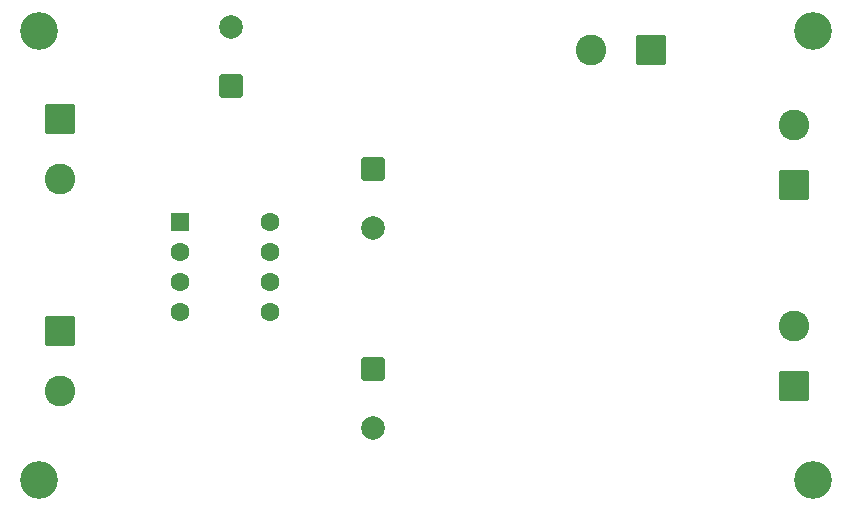
<source format=gbr>
%TF.GenerationSoftware,KiCad,Pcbnew,9.0.6*%
%TF.CreationDate,2025-12-09T22:28:09-06:00*%
%TF.ProjectId,QCW_Precharge,5143575f-5072-4656-9368-617267652e6b,rev?*%
%TF.SameCoordinates,Original*%
%TF.FileFunction,Soldermask,Bot*%
%TF.FilePolarity,Negative*%
%FSLAX46Y46*%
G04 Gerber Fmt 4.6, Leading zero omitted, Abs format (unit mm)*
G04 Created by KiCad (PCBNEW 9.0.6) date 2025-12-09 22:28:09*
%MOMM*%
%LPD*%
G01*
G04 APERTURE LIST*
G04 Aperture macros list*
%AMRoundRect*
0 Rectangle with rounded corners*
0 $1 Rounding radius*
0 $2 $3 $4 $5 $6 $7 $8 $9 X,Y pos of 4 corners*
0 Add a 4 corners polygon primitive as box body*
4,1,4,$2,$3,$4,$5,$6,$7,$8,$9,$2,$3,0*
0 Add four circle primitives for the rounded corners*
1,1,$1+$1,$2,$3*
1,1,$1+$1,$4,$5*
1,1,$1+$1,$6,$7*
1,1,$1+$1,$8,$9*
0 Add four rect primitives between the rounded corners*
20,1,$1+$1,$2,$3,$4,$5,0*
20,1,$1+$1,$4,$5,$6,$7,0*
20,1,$1+$1,$6,$7,$8,$9,0*
20,1,$1+$1,$8,$9,$2,$3,0*%
G04 Aperture macros list end*
%ADD10RoundRect,0.250000X-0.750000X0.750000X-0.750000X-0.750000X0.750000X-0.750000X0.750000X0.750000X0*%
%ADD11C,2.000000*%
%ADD12C,3.200000*%
%ADD13RoundRect,0.250000X1.050000X1.050000X-1.050000X1.050000X-1.050000X-1.050000X1.050000X-1.050000X0*%
%ADD14C,2.600000*%
%ADD15RoundRect,0.250000X-1.050000X1.050000X-1.050000X-1.050000X1.050000X-1.050000X1.050000X1.050000X0*%
%ADD16RoundRect,0.250000X0.750000X-0.750000X0.750000X0.750000X-0.750000X0.750000X-0.750000X-0.750000X0*%
%ADD17RoundRect,0.250000X1.050000X-1.050000X1.050000X1.050000X-1.050000X1.050000X-1.050000X-1.050000X0*%
%ADD18RoundRect,0.250000X-0.550000X-0.550000X0.550000X-0.550000X0.550000X0.550000X-0.550000X0.550000X0*%
%ADD19C,1.600000*%
G04 APERTURE END LIST*
D10*
%TO.C,C7*%
X199500000Y-90632323D03*
D11*
X199500000Y-95632323D03*
%TD*%
D12*
%TO.C,H2*%
X171250000Y-117000000D03*
%TD*%
%TO.C,H3*%
X236750000Y-79000000D03*
%TD*%
D10*
%TO.C,C10*%
X199500000Y-107632323D03*
D11*
X199500000Y-112632323D03*
%TD*%
D13*
%TO.C,J1*%
X223045000Y-80577500D03*
D14*
X217965000Y-80577500D03*
%TD*%
D12*
%TO.C,H4*%
X236750000Y-117000000D03*
%TD*%
D15*
%TO.C,J2*%
X173000000Y-86455000D03*
D14*
X173000000Y-91535000D03*
%TD*%
D16*
%TO.C,C5*%
X187500000Y-83617677D03*
D11*
X187500000Y-78617677D03*
%TD*%
D15*
%TO.C,J4*%
X173000000Y-104420000D03*
D14*
X173000000Y-109500000D03*
%TD*%
D17*
%TO.C,J3*%
X235172500Y-92045000D03*
D14*
X235172500Y-86965000D03*
%TD*%
D18*
%TO.C,U2*%
X183195000Y-95190000D03*
D19*
X183195000Y-97730000D03*
X183195000Y-100270000D03*
X183195000Y-102810000D03*
X190815000Y-102810000D03*
X190815000Y-100270000D03*
X190815000Y-97730000D03*
X190815000Y-95190000D03*
%TD*%
D12*
%TO.C,H1*%
X171250000Y-79000000D03*
%TD*%
D17*
%TO.C,J5*%
X235172500Y-109045000D03*
D14*
X235172500Y-103965000D03*
%TD*%
M02*

</source>
